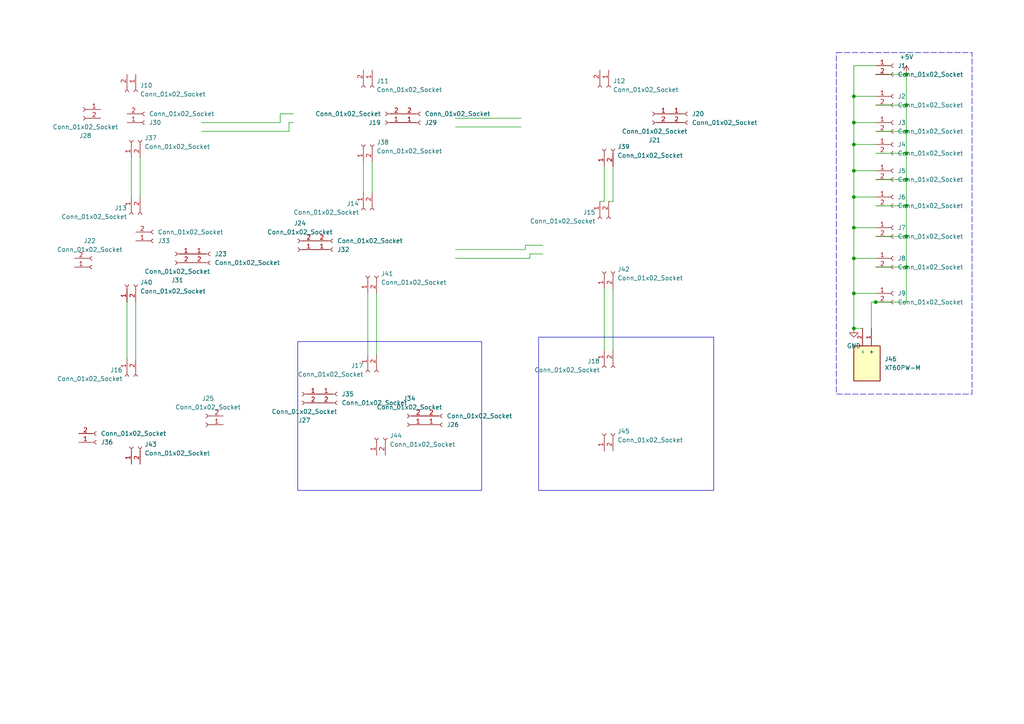
<source format=kicad_sch>
(kicad_sch (version 20250114) (generator "eeschema") (generator_version "9.0")
  (paper "A4")
  (lib_symbols
    (symbol "Connector:Conn_01x02_Socket" (pin_names (offset 1.016) (hide yes))
      (property "Reference" "J" (at 0 2.54 0))
      (property "Value" "Conn_01x02_Socket" (at 0 -5.08 0))
      (symbol "Conn_01x02_Socket_1_1"
        (polyline (pts (xy -1.27 0) (xy -0.508 0)) (stroke (width 0.1524)))
        (polyline (pts (xy -1.27 -2.54) (xy -0.508 -2.54)) (stroke (width 0.1524)))
        (arc (start 0 -0.508) (mid -0.5058 0) (end 0 0.508) (stroke (width 0.1524)))
        (arc (start 0 -3.048) (mid -0.5058 -2.54) (end 0 -2.032) (stroke (width 0.1524)))
        (pin passive line (at -5.08 0 0) (length 3.81) (name "Pin_1") (number "1"))
        (pin passive line (at -5.08 -2.54 0) (length 3.81) (name "Pin_2") (number "2"))
      )
    )
    (symbol "XT60PW-M:XT60PW-M" (pin_names (offset 1.016))
      (property "Reference" "J" (at -5.08 5.7234 0))
      (property "Value" "XT60PW-M" (at -5.08 -5.0923 0))
      (symbol "XT60PW-M_0_0"
        (rectangle (start -5.08 -2.54) (end 5.08 5.08) (stroke (width 0.254)) (fill (type background)))
        (pin passive line (at -10.16 2.54 0) (length 5.08) (name "+") (number "1"))
        (pin passive line (at -10.16 0 0) (length 5.08) (name "-") (number "2"))
      )
    )
    (symbol "power:+5V" (power) (pin_numbers (hide yes)) (pin_names (offset 0) (hide yes))
      (property "Value" "+5V" (at 0 3.556 0))
      (symbol "+5V_0_1"
        (polyline (pts (xy -0.762 1.27) (xy 0 2.54)))
        (polyline (pts (xy 0 2.54) (xy 0.762 1.27)))
        (polyline (pts (xy 0 0) (xy 0 2.54)))
      )
      (symbol "+5V_1_1"
        (pin power_in line (at 0 0 90) (length 0) (name "~") (number "1"))
      )
    )
    (symbol "power:GND" (power) (pin_numbers (hide yes)) (pin_names (offset 0) (hide yes))
      (property "Value" "GND" (at 0 -3.81 0))
      (symbol "GND_0_1"
        (polyline (pts (xy 0 0) (xy 0 -1.27) (xy 1.27 -1.27) (xy 0 -2.54) (xy -1.27 -1.27) (xy 0 -1.27)))
      )
      (symbol "GND_1_1"
        (pin power_in line (at 0 0 270) (length 0) (name "~") (number "1"))
      )
    )
  )
  (rectangle (start 86.36 99.06) (end 139.7 142.24))
  (rectangle (start 242.57 15.24) (end 281.94 114.3) (stroke (width 0) (type dash)))
  (rectangle (start 156.21 97.79) (end 207.01 142.24))
  (junction (at 262.89 77.47))
  (junction (at 262.89 21.59))
  (junction (at 247.65 49.53))
  (junction (at 262.89 30.48))
  (junction (at 247.65 66.04))
  (junction (at 247.65 74.93))
  (junction (at 262.89 38.1))
  (junction (at 262.89 59.69))
  (junction (at 247.65 57.15))
  (junction (at 247.65 85.09))
  (junction (at 254 87.63))
  (junction (at 247.65 27.94))
  (junction (at 247.65 41.91))
  (junction (at 247.65 35.56))
  (junction (at 262.89 68.58))
  (junction (at 262.89 52.07))
  (junction (at 247.65 95.25))
  (junction (at 262.89 44.45))
  (wire (pts (xy 247.65 74.93) (xy 254 74.93)))
  (wire (pts (xy 254 77.47) (xy 262.89 77.47)))
  (wire (pts (xy 247.65 95.25) (xy 247.65 85.09)))
  (wire (pts (xy 38.1 45.72) (xy 38.1 57.15)))
  (wire (pts (xy 262.89 59.69) (xy 262.89 68.58)))
  (wire (pts (xy 132.08 34.29) (xy 151.13 34.29)))
  (wire (pts (xy 109.22 85.09) (xy 109.22 102.87)))
  (wire (pts (xy 262.89 21.59) (xy 262.89 30.48)))
  (wire (pts (xy 105.41 46.99) (xy 105.41 55.88)))
  (wire (pts (xy 153.67 74.93) (xy 132.08 74.93)))
  (wire (pts (xy 247.65 27.94) (xy 247.65 35.56)))
  (wire (pts (xy 175.26 48.26) (xy 175.26 58.42)))
  (wire (pts (xy 247.65 74.93) (xy 247.65 85.09)))
  (wire (pts (xy 106.68 85.09) (xy 106.68 102.87)))
  (wire (pts (xy 250.19 95.25) (xy 247.65 95.25)))
  (wire (pts (xy 254 44.45) (xy 262.89 44.45)))
  (wire (pts (xy 83.82 35.56) (xy 83.82 38.1)))
  (wire (pts (xy 247.65 49.53) (xy 247.65 57.15)))
  (wire (pts (xy 247.65 66.04) (xy 247.65 74.93)))
  (wire (pts (xy 132.08 72.39) (xy 152.4 72.39)))
  (wire (pts (xy 39.37 87.63) (xy 39.37 104.14)))
  (wire (pts (xy 36.83 87.63) (xy 36.83 104.14)))
  (wire (pts (xy 177.8 58.42) (xy 176.53 58.42)))
  (wire (pts (xy 262.89 77.47) (xy 262.89 87.63)))
  (wire (pts (xy 83.82 38.1) (xy 58.42 38.1)))
  (wire (pts (xy 247.65 41.91) (xy 254 41.91)))
  (wire (pts (xy 153.67 73.66) (xy 153.67 74.93)))
  (wire (pts (xy 262.89 68.58) (xy 262.89 77.47)))
  (wire (pts (xy 247.65 35.56) (xy 247.65 41.91)))
  (wire (pts (xy 254 38.1) (xy 262.89 38.1)))
  (wire (pts (xy 247.65 35.56) (xy 254 35.56)))
  (wire (pts (xy 40.64 45.72) (xy 40.64 57.15)))
  (wire (pts (xy 107.95 46.99) (xy 107.95 55.88)))
  (wire (pts (xy 175.26 83.82) (xy 175.26 101.6)))
  (wire (pts (xy 175.26 58.42) (xy 173.99 58.42)))
  (wire (pts (xy 254 21.59) (xy 262.89 21.59)))
  (wire (pts (xy 262.89 44.45) (xy 262.89 52.07)))
  (wire (pts (xy 132.08 36.83) (xy 151.13 36.83)))
  (wire (pts (xy 177.8 48.26) (xy 177.8 58.42)))
  (wire (pts (xy 254 30.48) (xy 262.89 30.48)))
  (wire (pts (xy 262.89 38.1) (xy 262.89 44.45)))
  (wire (pts (xy 262.89 52.07) (xy 262.89 59.69)))
  (wire (pts (xy 81.28 35.56) (xy 81.28 33.02)))
  (wire (pts (xy 58.42 35.56) (xy 81.28 35.56)))
  (wire (pts (xy 247.65 57.15) (xy 254 57.15)))
  (wire (pts (xy 177.8 83.82) (xy 177.8 101.6)))
  (wire (pts (xy 85.09 35.56) (xy 83.82 35.56)))
  (wire (pts (xy 252.73 87.63) (xy 254 87.63)))
  (wire (pts (xy 254 52.07) (xy 262.89 52.07)))
  (wire (pts (xy 254 49.53) (xy 247.65 49.53)))
  (wire (pts (xy 247.65 66.04) (xy 254 66.04)))
  (wire (pts (xy 247.65 57.15) (xy 247.65 66.04)))
  (wire (pts (xy 152.4 71.12) (xy 157.48 71.12)))
  (wire (pts (xy 157.48 73.66) (xy 153.67 73.66)))
  (wire (pts (xy 152.4 72.39) (xy 152.4 71.12)))
  (wire (pts (xy 247.65 27.94) (xy 254 27.94)))
  (wire (pts (xy 262.89 30.48) (xy 262.89 38.1)))
  (wire (pts (xy 247.65 41.91) (xy 247.65 49.53)))
  (wire (pts (xy 262.89 87.63) (xy 254 87.63)))
  (wire (pts (xy 252.73 95.25) (xy 252.73 87.63)))
  (wire (pts (xy 254 19.05) (xy 247.65 19.05)))
  (wire (pts (xy 254 68.58) (xy 262.89 68.58)))
  (wire (pts (xy 247.65 19.05) (xy 247.65 27.94)))
  (wire (pts (xy 254 59.69) (xy 262.89 59.69)))
  (wire (pts (xy 81.28 33.02) (xy 85.09 33.02)))
  (wire (pts (xy 247.65 85.09) (xy 254 85.09)))
  (symbol (lib_id "Connector:Conn_01x02_Socket") (at 259.08 85.09 0) (unit 1)
    (property "Reference" "J9" (at 260.35 85.0899 0) (effects (justify left)))
    (property "Value" "Conn_01x02_Socket" (at 260.35 87.6299 0) (effects (justify left)))
    (property "Footprint" "Connector_PinSocket_2.54mm:PinSocket_1x02_P2.54mm_Vertical" (effects (hide yes)))
    (property "Description" "Generic connector, single row, 01x02, script generated" (effects (hide yes)))
  )
  (symbol (lib_id "power:+5V") (at 262.89 21.59 0) (unit 1)
    (property "Reference" "#PWR01" (effects (hide yes)))
    (property "Value" "+5V" (at 262.89 16.51 0))
    (property "Description" "Power symbol creates a global label with name \"+5V\"" (effects (hide yes)))
  )
  (symbol (lib_id "Connector:Conn_01x02_Socket") (at 259.08 74.93 0) (unit 1)
    (property "Reference" "J8" (at 260.35 74.9299 0) (effects (justify left)))
    (property "Value" "Conn_01x02_Socket" (at 260.35 77.4699 0) (effects (justify left)))
    (property "Footprint" "Connector_PinSocket_2.54mm:PinSocket_1x02_P2.54mm_Vertical" (effects (hide yes)))
    (property "Description" "Generic connector, single row, 01x02, script generated" (effects (hide yes)))
  )
  (symbol (lib_id "Connector:Conn_01x02_Socket") (at 38.1 62.23 90) (mirror x) (unit 1)
    (property "Reference" "J13" (at 36.83 60.3249 90) (effects (justify left)))
    (property "Value" "Conn_01x02_Socket" (at 36.83 62.8649 90) (effects (justify left)))
    (property "Footprint" "Connector_PinSocket_2.54mm:PinSocket_1x02_P2.54mm_Vertical" (effects (hide yes)))
    (property "Description" "Generic connector, single row, 01x02, script generated" (effects (hide yes)))
  )
  (symbol (lib_id "Connector:Conn_01x02_Socket") (at 26.67 77.47 0) (mirror x) (unit 1)
    (property "Reference" "J22" (at 26.035 69.85 0))
    (property "Value" "Conn_01x02_Socket" (at 26.035 72.39 0))
    (property "Footprint" "Connector_PinSocket_2.54mm:PinSocket_1x02_P2.54mm_Vertical" (effects (hide yes)))
    (property "Description" "Generic connector, single row, 01x02, script generated" (effects (hide yes)))
  )
  (symbol (lib_id "Connector:Conn_01x02_Socket") (at 41.91 35.56 0) (mirror x) (unit 1)
    (property "Reference" "J30" (at 43.18 35.5601 0) (effects (justify left)))
    (property "Value" "Conn_01x02_Socket" (at 43.18 33.0201 0) (effects (justify left)))
    (property "Footprint" "Connector_PinSocket_2.54mm:PinSocket_1x02_P2.54mm_Vertical" (effects (hide yes)))
    (property "Description" "Generic connector, single row, 01x02, script generated" (effects (hide yes)))
  )
  (symbol (lib_id "Connector:Conn_01x02_Socket") (at 121.92 35.56 0) (mirror x) (unit 1)
    (property "Reference" "J29" (at 123.19 35.5601 0) (effects (justify left)))
    (property "Value" "Conn_01x02_Socket" (at 123.19 33.0201 0) (effects (justify left)))
    (property "Footprint" "Connector_PinSocket_2.54mm:PinSocket_1x02_P2.54mm_Vertical" (effects (hide yes)))
    (property "Description" "Generic connector, single row, 01x02, script generated" (effects (hide yes)))
  )
  (symbol (lib_id "Connector:Conn_01x02_Socket") (at 128.27 123.19 0) (mirror x) (unit 1)
    (property "Reference" "J26" (at 129.54 123.1901 0) (effects (justify left)))
    (property "Value" "Conn_01x02_Socket" (at 129.54 120.6501 0) (effects (justify left)))
    (property "Footprint" "Connector_PinSocket_2.54mm:PinSocket_1x02_P2.54mm_Vertical" (effects (hide yes)))
    (property "Description" "Generic connector, single row, 01x02, script generated" (effects (hide yes)))
  )
  (symbol (lib_id "Connector:Conn_01x02_Socket") (at 175.26 78.74 90) (unit 1)
    (property "Reference" "J42" (at 179.07 78.1049 90) (effects (justify right)))
    (property "Value" "Conn_01x02_Socket" (at 179.07 80.6449 90) (effects (justify right)))
    (property "Footprint" "Connector_PinSocket_2.54mm:PinSocket_1x02_P2.54mm_Vertical" (effects (hide yes)))
    (property "Description" "Generic connector, single row, 01x02, script generated" (effects (hide yes)))
  )
  (symbol (lib_id "Connector:Conn_01x02_Socket") (at 259.08 41.91 0) (unit 1)
    (property "Reference" "J4" (at 260.35 41.9099 0) (effects (justify left)))
    (property "Value" "Conn_01x02_Socket" (at 260.35 44.4499 0) (effects (justify left)))
    (property "Footprint" "Connector_PinSocket_2.54mm:PinSocket_1x02_P2.54mm_Vertical" (effects (hide yes)))
    (property "Description" "Generic connector, single row, 01x02, script generated" (effects (hide yes)))
  )
  (symbol (lib_id "Connector:Conn_01x02_Socket") (at 97.79 114.3 0) (unit 1)
    (property "Reference" "J35" (at 99.06 114.2999 0) (effects (justify left)))
    (property "Value" "Conn_01x02_Socket" (at 99.06 116.8399 0) (effects (justify left)))
    (property "Footprint" "Connector_PinSocket_2.54mm:PinSocket_1x02_P2.54mm_Vertical" (effects (hide yes)))
    (property "Description" "Generic connector, single row, 01x02, script generated" (effects (hide yes)))
  )
  (symbol (lib_id "Connector:Conn_01x02_Socket") (at 259.08 27.94 0) (unit 1)
    (property "Reference" "J2" (at 260.35 27.9399 0) (effects (justify left)))
    (property "Value" "Conn_01x02_Socket" (at 260.35 30.4799 0) (effects (justify left)))
    (property "Footprint" "Connector_PinSocket_2.54mm:PinSocket_1x02_P2.54mm_Vertical" (effects (hide yes)))
    (property "Description" "Generic connector, single row, 01x02, script generated" (effects (hide yes)))
  )
  (symbol (lib_id "Connector:Conn_01x02_Socket") (at 38.1 40.64 90) (unit 1)
    (property "Reference" "J37" (at 41.91 40.0049 90) (effects (justify right)))
    (property "Value" "Conn_01x02_Socket" (at 41.91 42.5449 90) (effects (justify right)))
    (property "Footprint" "Connector_PinSocket_2.54mm:PinSocket_1x02_P2.54mm_Vertical" (effects (hide yes)))
    (property "Description" "Generic connector, single row, 01x02, script generated" (effects (hide yes)))
  )
  (symbol (lib_id "Connector:Conn_01x02_Socket") (at 259.08 35.56 0) (unit 1)
    (property "Reference" "J3" (at 260.35 35.5599 0) (effects (justify left)))
    (property "Value" "Conn_01x02_Socket" (at 260.35 38.0999 0) (effects (justify left)))
    (property "Footprint" "Connector_PinSocket_2.54mm:PinSocket_1x02_P2.54mm_Vertical" (effects (hide yes)))
    (property "Description" "Generic connector, single row, 01x02, script generated" (effects (hide yes)))
  )
  (symbol (lib_id "Connector:Conn_01x02_Socket") (at 259.08 66.04 0) (unit 1)
    (property "Reference" "J7" (at 260.35 66.0399 0) (effects (justify left)))
    (property "Value" "Conn_01x02_Socket" (at 260.35 68.5799 0) (effects (justify left)))
    (property "Footprint" "Connector_PinSocket_2.54mm:PinSocket_1x02_P2.54mm_Vertical" (effects (hide yes)))
    (property "Description" "Generic connector, single row, 01x02, script generated" (effects (hide yes)))
  )
  (symbol (lib_id "Connector:Conn_01x02_Socket") (at 38.1 129.54 90) (unit 1)
    (property "Reference" "J43" (at 41.91 128.9049 90) (effects (justify right)))
    (property "Value" "Conn_01x02_Socket" (at 41.91 131.4449 90) (effects (justify right)))
    (property "Footprint" "Connector_PinSocket_2.54mm:PinSocket_1x02_P2.54mm_Vertical" (effects (hide yes)))
    (property "Description" "Generic connector, single row, 01x02, script generated" (effects (hide yes)))
  )
  (symbol (lib_id "Connector:Conn_01x02_Socket") (at 96.52 72.39 0) (mirror x) (unit 1)
    (property "Reference" "J32" (at 97.79 72.3901 0) (effects (justify left)))
    (property "Value" "Conn_01x02_Socket" (at 97.79 69.8501 0) (effects (justify left)))
    (property "Footprint" "Connector_PinSocket_2.54mm:PinSocket_1x02_P2.54mm_Vertical" (effects (hide yes)))
    (property "Description" "Generic connector, single row, 01x02, script generated" (effects (hide yes)))
  )
  (symbol (lib_id "Connector:Conn_01x02_Socket") (at 189.23 33.02 0) (mirror y) (unit 1)
    (property "Reference" "J21" (at 189.865 40.64 0))
    (property "Value" "Conn_01x02_Socket" (at 189.865 38.1 0))
    (property "Footprint" "Connector_PinSocket_2.54mm:PinSocket_1x02_P2.54mm_Vertical" (effects (hide yes)))
    (property "Description" "Generic connector, single row, 01x02, script generated" (effects (hide yes)))
  )
  (symbol (lib_id "Connector:Conn_01x02_Socket") (at 39.37 26.67 270) (unit 1)
    (property "Reference" "J10" (at 40.64 24.7649 90) (effects (justify left)))
    (property "Value" "Conn_01x02_Socket" (at 40.64 27.3049 90) (effects (justify left)))
    (property "Footprint" "Connector_PinSocket_2.54mm:PinSocket_1x02_P2.54mm_Vertical" (effects (hide yes)))
    (property "Description" "Generic connector, single row, 01x02, script generated" (effects (hide yes)))
  )
  (symbol (lib_id "XT60PW-M:XT60PW-M") (at 250.19 105.41 270) (unit 1)
    (property "Reference" "J46" (at 256.54 104.1399 90) (effects (justify left)))
    (property "Value" "XT60PW-M" (at 256.54 106.6799 90) (effects (justify left)))
    (property "Footprint" "XT60PW-M:AMASS_XT60PW-M" (effects (hide yes)))
    (property "MF" "AMASS" (effects (hide yes)))
    (property "MAXIMUM_PACKAGE_HEIGHT" "8.4 mm" (effects (hide yes)))
    (property "Package" "Package" (effects (hide yes)))
    (property "Price" "None" (effects (hide yes)))
    (property "Check_prices" "https://www.snapeda.com/parts/XT60PW-M/AMASS/view-part/?ref=eda" (effects (hide yes)))
    (property "STANDARD" "Manufacturer recommendations" (effects (hide yes)))
    (property "PARTREV" "V1.2" (effects (hide yes)))
    (property "SnapEDA_Link" "https://www.snapeda.com/parts/XT60PW-M/AMASS/view-part/?ref=snap" (effects (hide yes)))
    (property "MP" "XT60PW-M" (effects (hide yes)))
    (property "Description_1" "Socket, DC supply, male, PIN: 2" (effects (hide yes)))
    (property "Availability" "Not in stock" (effects (hide yes)))
    (property "MANUFACTURER" "AMASS" (effects (hide yes)))
  )
  (symbol (lib_id "Connector:Conn_01x02_Socket") (at 105.41 60.96 90) (mirror x) (unit 1)
    (property "Reference" "J14" (at 104.14 59.0549 90) (effects (justify left)))
    (property "Value" "Conn_01x02_Socket" (at 104.14 61.5949 90) (effects (justify left)))
    (property "Footprint" "Connector_PinSocket_2.54mm:PinSocket_1x02_P2.54mm_Vertical" (effects (hide yes)))
    (property "Description" "Generic connector, single row, 01x02, script generated" (effects (hide yes)))
  )
  (symbol (lib_id "Connector:Conn_01x02_Socket") (at 24.13 31.75 0) (mirror y) (unit 1)
    (property "Reference" "J28" (at 24.765 39.37 0))
    (property "Value" "Conn_01x02_Socket" (at 24.765 36.83 0))
    (property "Footprint" "Connector_PinSocket_2.54mm:PinSocket_1x02_P2.54mm_Vertical" (effects (hide yes)))
    (property "Description" "Generic connector, single row, 01x02, script generated" (effects (hide yes)))
  )
  (symbol (lib_id "Connector:Conn_01x02_Socket") (at 59.69 123.19 180) (unit 1)
    (property "Reference" "J25" (at 60.325 115.57 0))
    (property "Value" "Conn_01x02_Socket" (at 60.325 118.11 0))
    (property "Footprint" "Connector_PinSocket_2.54mm:PinSocket_1x02_P2.54mm_Vertical" (effects (hide yes)))
    (property "Description" "Generic connector, single row, 01x02, script generated" (effects (hide yes)))
  )
  (symbol (lib_id "Connector:Conn_01x02_Socket") (at 259.08 49.53 0) (unit 1)
    (property "Reference" "J5" (at 260.35 49.5299 0) (effects (justify left)))
    (property "Value" "Conn_01x02_Socket" (at 260.35 52.0699 0) (effects (justify left)))
    (property "Footprint" "Connector_PinSocket_2.54mm:PinSocket_1x02_P2.54mm_Vertical" (effects (hide yes)))
    (property "Description" "Generic connector, single row, 01x02, script generated" (effects (hide yes)))
  )
  (symbol (lib_id "Connector:Conn_01x02_Socket") (at 106.68 107.95 90) (mirror x) (unit 1)
    (property "Reference" "J17" (at 105.41 106.0449 90) (effects (justify left)))
    (property "Value" "Conn_01x02_Socket" (at 105.41 108.5849 90) (effects (justify left)))
    (property "Footprint" "Connector_PinSocket_2.54mm:PinSocket_1x02_P2.54mm_Vertical" (effects (hide yes)))
    (property "Description" "Generic connector, single row, 01x02, script generated" (effects (hide yes)))
  )
  (symbol (lib_id "Connector:Conn_01x02_Socket") (at 50.8 73.66 0) (mirror y) (unit 1)
    (property "Reference" "J31" (at 51.435 81.28 0))
    (property "Value" "Conn_01x02_Socket" (at 51.435 78.74 0))
    (property "Footprint" "Connector_PinSocket_2.54mm:PinSocket_1x02_P2.54mm_Vertical" (effects (hide yes)))
    (property "Description" "Generic connector, single row, 01x02, script generated" (effects (hide yes)))
  )
  (symbol (lib_id "Connector:Conn_01x02_Socket") (at 259.08 57.15 0) (unit 1)
    (property "Reference" "J6" (at 260.35 57.1499 0) (effects (justify left)))
    (property "Value" "Conn_01x02_Socket" (at 260.35 59.6899 0) (effects (justify left)))
    (property "Footprint" "Connector_PinSocket_2.54mm:PinSocket_1x02_P2.54mm_Vertical" (effects (hide yes)))
    (property "Description" "Generic connector, single row, 01x02, script generated" (effects (hide yes)))
  )
  (symbol (lib_id "power:GND") (at 247.65 95.25 0) (unit 1)
    (property "Reference" "#PWR02" (effects (hide yes)))
    (property "Value" "GND" (at 247.65 100.33 0))
    (property "Description" "Power symbol creates a global label with name \"GND\" , ground" (effects (hide yes)))
  )
  (symbol (lib_id "Connector:Conn_01x02_Socket") (at 175.26 125.73 90) (unit 1)
    (property "Reference" "J45" (at 179.07 125.0949 90) (effects (justify right)))
    (property "Value" "Conn_01x02_Socket" (at 179.07 127.6349 90) (effects (justify right)))
    (property "Footprint" "Connector_PinSocket_2.54mm:PinSocket_1x02_P2.54mm_Vertical" (effects (hide yes)))
    (property "Description" "Generic connector, single row, 01x02, script generated" (effects (hide yes)))
  )
  (symbol (lib_id "Connector:Conn_01x02_Socket") (at 176.53 25.4 270) (unit 1)
    (property "Reference" "J12" (at 177.8 23.4949 90) (effects (justify left)))
    (property "Value" "Conn_01x02_Socket" (at 177.8 26.0349 90) (effects (justify left)))
    (property "Footprint" "Connector_PinSocket_2.54mm:PinSocket_1x02_P2.54mm_Vertical" (effects (hide yes)))
    (property "Description" "Generic connector, single row, 01x02, script generated" (effects (hide yes)))
  )
  (symbol (lib_id "Connector:Conn_01x02_Socket") (at 36.83 109.22 90) (mirror x) (unit 1)
    (property "Reference" "J16" (at 35.56 107.3149 90) (effects (justify left)))
    (property "Value" "Conn_01x02_Socket" (at 35.56 109.8549 90) (effects (justify left)))
    (property "Footprint" "Connector_PinSocket_2.54mm:PinSocket_1x02_P2.54mm_Vertical" (effects (hide yes)))
    (property "Description" "Generic connector, single row, 01x02, script generated" (effects (hide yes)))
  )
  (symbol (lib_id "Connector:Conn_01x02_Socket") (at 106.68 80.01 90) (unit 1)
    (property "Reference" "J41" (at 110.49 79.3749 90) (effects (justify right)))
    (property "Value" "Conn_01x02_Socket" (at 110.49 81.9149 90) (effects (justify right)))
    (property "Footprint" "Connector_PinSocket_2.54mm:PinSocket_1x02_P2.54mm_Vertical" (effects (hide yes)))
    (property "Description" "Generic connector, single row, 01x02, script generated" (effects (hide yes)))
  )
  (symbol (lib_id "Connector:Conn_01x02_Socket") (at 175.26 43.18 90) (unit 1)
    (property "Reference" "J39" (at 179.07 42.5449 90) (effects (justify right)))
    (property "Value" "Conn_01x02_Socket" (at 179.07 45.0849 90) (effects (justify right)))
    (property "Footprint" "Connector_PinSocket_2.54mm:PinSocket_1x02_P2.54mm_Vertical" (effects (hide yes)))
    (property "Description" "Generic connector, single row, 01x02, script generated" (effects (hide yes)))
  )
  (symbol (lib_id "Connector:Conn_01x02_Socket") (at 199.39 33.02 0) (unit 1)
    (property "Reference" "J20" (at 200.66 33.0199 0) (effects (justify left)))
    (property "Value" "Conn_01x02_Socket" (at 200.66 35.5599 0) (effects (justify left)))
    (property "Footprint" "Connector_PinSocket_2.54mm:PinSocket_1x02_P2.54mm_Vertical" (effects (hide yes)))
    (property "Description" "Generic connector, single row, 01x02, script generated" (effects (hide yes)))
  )
  (symbol (lib_id "Connector:Conn_01x02_Socket") (at 60.96 73.66 0) (unit 1)
    (property "Reference" "J23" (at 62.23 73.6599 0) (effects (justify left)))
    (property "Value" "Conn_01x02_Socket" (at 62.23 76.1999 0) (effects (justify left)))
    (property "Footprint" "Connector_PinSocket_2.54mm:PinSocket_1x02_P2.54mm_Vertical" (effects (hide yes)))
    (property "Description" "Generic connector, single row, 01x02, script generated" (effects (hide yes)))
  )
  (symbol (lib_id "Connector:Conn_01x02_Socket") (at 105.41 41.91 90) (unit 1)
    (property "Reference" "J38" (at 109.22 41.2749 90) (effects (justify right)))
    (property "Value" "Conn_01x02_Socket" (at 109.22 43.8149 90) (effects (justify right)))
    (property "Footprint" "Connector_PinSocket_2.54mm:PinSocket_1x02_P2.54mm_Vertical" (effects (hide yes)))
    (property "Description" "Generic connector, single row, 01x02, script generated" (effects (hide yes)))
  )
  (symbol (lib_id "Connector:Conn_01x02_Socket") (at 44.45 69.85 0) (mirror x) (unit 1)
    (property "Reference" "J33" (at 45.72 69.8501 0) (effects (justify left)))
    (property "Value" "Conn_01x02_Socket" (at 45.72 67.3101 0) (effects (justify left)))
    (property "Footprint" "Connector_PinSocket_2.54mm:PinSocket_1x02_P2.54mm_Vertical" (effects (hide yes)))
    (property "Description" "Generic connector, single row, 01x02, script generated" (effects (hide yes)))
  )
  (symbol (lib_id "Connector:Conn_01x02_Socket") (at 259.08 19.05 0) (unit 1)
    (property "Reference" "J1" (at 260.35 19.0499 0) (effects (justify left)))
    (property "Value" "Conn_01x02_Socket" (at 260.35 21.5899 0) (effects (justify left)))
    (property "Footprint" "Connector_PinSocket_2.54mm:PinSocket_1x02_P2.54mm_Vertical" (effects (hide yes)))
    (property "Description" "Generic connector, single row, 01x02, script generated" (effects (hide yes)))
  )
  (symbol (lib_id "Connector:Conn_01x02_Socket") (at 36.83 82.55 90) (unit 1)
    (property "Reference" "J40" (at 40.64 81.9149 90) (effects (justify right)))
    (property "Value" "Conn_01x02_Socket" (at 40.64 84.4549 90) (effects (justify right)))
    (property "Footprint" "Connector_PinSocket_2.54mm:PinSocket_1x02_P2.54mm_Vertical" (effects (hide yes)))
    (property "Description" "Generic connector, single row, 01x02, script generated" (effects (hide yes)))
  )
  (symbol (lib_id "Connector:Conn_01x02_Socket") (at 111.76 35.56 180) (unit 1)
    (property "Reference" "J19" (at 110.49 35.5601 0) (effects (justify left)))
    (property "Value" "Conn_01x02_Socket" (at 110.49 33.0201 0) (effects (justify left)))
    (property "Footprint" "Connector_PinSocket_2.54mm:PinSocket_1x02_P2.54mm_Vertical" (effects (hide yes)))
    (property "Description" "Generic connector, single row, 01x02, script generated" (effects (hide yes)))
  )
  (symbol (lib_id "Connector:Conn_01x02_Socket") (at 109.22 127 90) (unit 1)
    (property "Reference" "J44" (at 113.03 126.3649 90) (effects (justify right)))
    (property "Value" "Conn_01x02_Socket" (at 113.03 128.9049 90) (effects (justify right)))
    (property "Footprint" "Connector_PinSocket_2.54mm:PinSocket_1x02_P2.54mm_Vertical" (effects (hide yes)))
    (property "Description" "Generic connector, single row, 01x02, script generated" (effects (hide yes)))
  )
  (symbol (lib_id "Connector:Conn_01x02_Socket") (at 175.26 106.68 90) (mirror x) (unit 1)
    (property "Reference" "J18" (at 173.99 104.7749 90) (effects (justify left)))
    (property "Value" "Conn_01x02_Socket" (at 173.99 107.3149 90) (effects (justify left)))
    (property "Footprint" "Connector_PinSocket_2.54mm:PinSocket_1x02_P2.54mm_Vertical" (effects (hide yes)))
    (property "Description" "Generic connector, single row, 01x02, script generated" (effects (hide yes)))
  )
  (symbol (lib_id "Connector:Conn_01x02_Socket") (at 86.36 72.39 180) (unit 1)
    (property "Reference" "J24" (at 86.995 64.77 0))
    (property "Value" "Conn_01x02_Socket" (at 86.995 67.31 0))
    (property "Footprint" "Connector_PinSocket_2.54mm:PinSocket_1x02_P2.54mm_Vertical" (effects (hide yes)))
    (property "Description" "Generic connector, single row, 01x02, script generated" (effects (hide yes)))
  )
  (symbol (lib_id "Connector:Conn_01x02_Socket") (at 118.11 123.19 180) (unit 1)
    (property "Reference" "J34" (at 118.745 115.57 0))
    (property "Value" "Conn_01x02_Socket" (at 118.745 118.11 0))
    (property "Footprint" "Connector_PinSocket_2.54mm:PinSocket_1x02_P2.54mm_Vertical" (effects (hide yes)))
    (property "Description" "Generic connector, single row, 01x02, script generated" (effects (hide yes)))
  )
  (symbol (lib_id "Connector:Conn_01x02_Socket") (at 173.99 63.5 90) (mirror x) (unit 1)
    (property "Reference" "J15" (at 172.72 61.5949 90) (effects (justify left)))
    (property "Value" "Conn_01x02_Socket" (at 172.72 64.1349 90) (effects (justify left)))
    (property "Footprint" "Connector_PinSocket_2.54mm:PinSocket_1x02_P2.54mm_Vertical" (effects (hide yes)))
    (property "Description" "Generic connector, single row, 01x02, script generated" (effects (hide yes)))
  )
  (symbol (lib_id "Connector:Conn_01x02_Socket") (at 87.63 114.3 0) (mirror y) (unit 1)
    (property "Reference" "J27" (at 88.265 121.92 0))
    (property "Value" "Conn_01x02_Socket" (at 88.265 119.38 0))
    (property "Footprint" "Connector_PinSocket_2.54mm:PinSocket_1x02_P2.54mm_Vertical" (effects (hide yes)))
    (property "Description" "Generic connector, single row, 01x02, script generated" (effects (hide yes)))
  )
  (symbol (lib_id "Connector:Conn_01x02_Socket") (at 27.94 128.27 0) (mirror x) (unit 1)
    (property "Reference" "J36" (at 29.21 128.2701 0) (effects (justify left)))
    (property "Value" "Conn_01x02_Socket" (at 29.21 125.7301 0) (effects (justify left)))
    (property "Footprint" "Connector_PinSocket_2.54mm:PinSocket_1x02_P2.54mm_Vertical" (effects (hide yes)))
    (property "Description" "Generic connector, single row, 01x02, script generated" (effects (hide yes)))
  )
  (symbol (lib_id "Connector:Conn_01x02_Socket") (at 107.95 25.4 270) (unit 1)
    (property "Reference" "J11" (at 109.22 23.4949 90) (effects (justify left)))
    (property "Value" "Conn_01x02_Socket" (at 109.22 26.0349 90) (effects (justify left)))
    (property "Footprint" "Connector_PinSocket_2.54mm:PinSocket_1x02_P2.54mm_Vertical" (effects (hide yes)))
    (property "Description" "Generic connector, single row, 01x02, script generated" (effects (hide yes)))
  )
)
</source>
